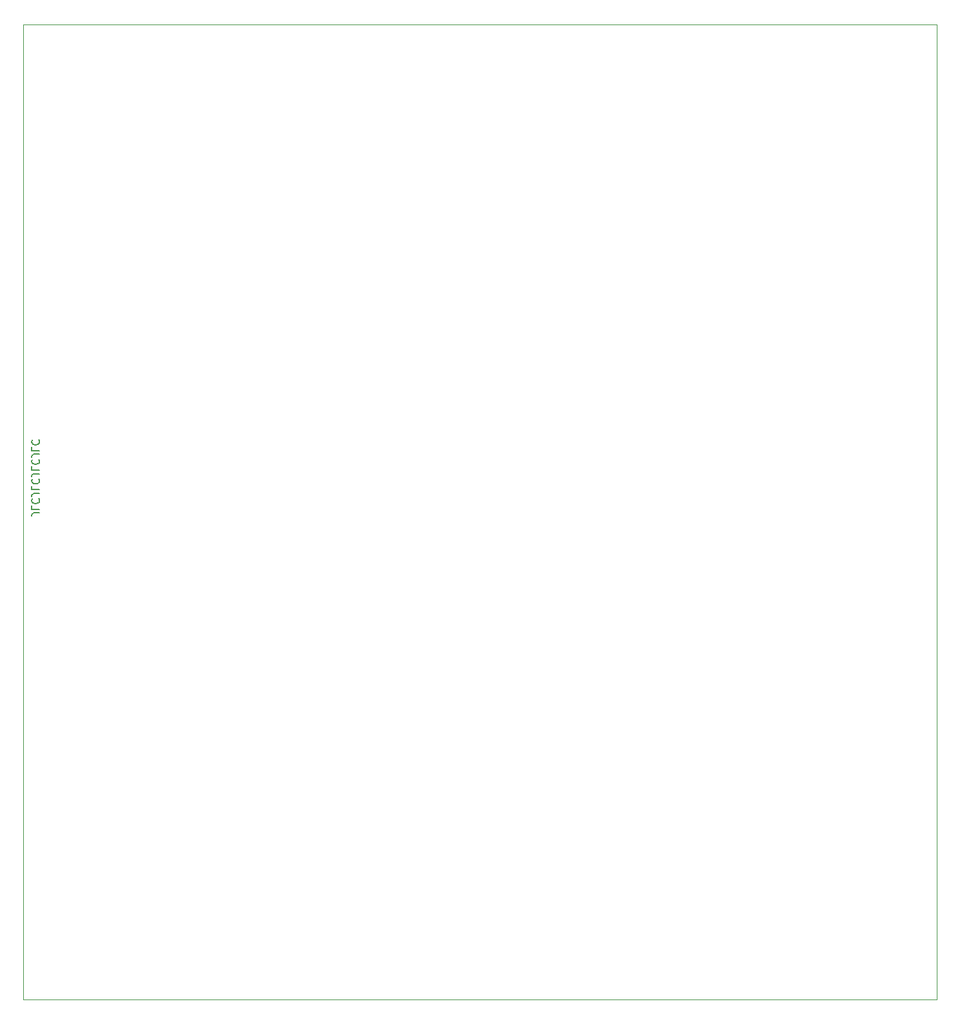
<source format=gbo>
G04 #@! TF.GenerationSoftware,KiCad,Pcbnew,(6.0.0)*
G04 #@! TF.CreationDate,2022-07-07T20:20:35+01:00*
G04 #@! TF.ProjectId,Drumbox,4472756d-626f-4782-9e6b-696361645f70,rev?*
G04 #@! TF.SameCoordinates,Original*
G04 #@! TF.FileFunction,Legend,Bot*
G04 #@! TF.FilePolarity,Positive*
%FSLAX46Y46*%
G04 Gerber Fmt 4.6, Leading zero omitted, Abs format (unit mm)*
G04 Created by KiCad (PCBNEW (6.0.0)) date 2022-07-07 20:20:35*
%MOMM*%
%LPD*%
G01*
G04 APERTURE LIST*
G04 #@! TA.AperFunction,Profile*
%ADD10C,0.050000*%
G04 #@! TD*
%ADD11C,0.150000*%
%ADD12C,0.100000*%
%ADD13O,6.700000X4.200000*%
G04 APERTURE END LIST*
D10*
X40000000Y-43500000D02*
X160000000Y-43500000D01*
X160000000Y-171500000D02*
X40000000Y-171500000D01*
X160000000Y-43500000D02*
X160000000Y-171500000D01*
X40000000Y-43500000D02*
X40000000Y-171500000D01*
D11*
X42147619Y-107619047D02*
X41433333Y-107619047D01*
X41290476Y-107666666D01*
X41195238Y-107761904D01*
X41147619Y-107904761D01*
X41147619Y-108000000D01*
X41147619Y-106666666D02*
X41147619Y-107142857D01*
X42147619Y-107142857D01*
X41242857Y-105761904D02*
X41195238Y-105809523D01*
X41147619Y-105952380D01*
X41147619Y-106047619D01*
X41195238Y-106190476D01*
X41290476Y-106285714D01*
X41385714Y-106333333D01*
X41576190Y-106380952D01*
X41719047Y-106380952D01*
X41909523Y-106333333D01*
X42004761Y-106285714D01*
X42100000Y-106190476D01*
X42147619Y-106047619D01*
X42147619Y-105952380D01*
X42100000Y-105809523D01*
X42052380Y-105761904D01*
X42147619Y-105047619D02*
X41433333Y-105047619D01*
X41290476Y-105095238D01*
X41195238Y-105190476D01*
X41147619Y-105333333D01*
X41147619Y-105428571D01*
X41147619Y-104095238D02*
X41147619Y-104571428D01*
X42147619Y-104571428D01*
X41242857Y-103190476D02*
X41195238Y-103238095D01*
X41147619Y-103380952D01*
X41147619Y-103476190D01*
X41195238Y-103619047D01*
X41290476Y-103714285D01*
X41385714Y-103761904D01*
X41576190Y-103809523D01*
X41719047Y-103809523D01*
X41909523Y-103761904D01*
X42004761Y-103714285D01*
X42100000Y-103619047D01*
X42147619Y-103476190D01*
X42147619Y-103380952D01*
X42100000Y-103238095D01*
X42052380Y-103190476D01*
X42147619Y-102476190D02*
X41433333Y-102476190D01*
X41290476Y-102523809D01*
X41195238Y-102619047D01*
X41147619Y-102761904D01*
X41147619Y-102857142D01*
X41147619Y-101523809D02*
X41147619Y-102000000D01*
X42147619Y-102000000D01*
X41242857Y-100619047D02*
X41195238Y-100666666D01*
X41147619Y-100809523D01*
X41147619Y-100904761D01*
X41195238Y-101047619D01*
X41290476Y-101142857D01*
X41385714Y-101190476D01*
X41576190Y-101238095D01*
X41719047Y-101238095D01*
X41909523Y-101190476D01*
X42004761Y-101142857D01*
X42100000Y-101047619D01*
X42147619Y-100904761D01*
X42147619Y-100809523D01*
X42100000Y-100666666D01*
X42052380Y-100619047D01*
X42147619Y-99904761D02*
X41433333Y-99904761D01*
X41290476Y-99952380D01*
X41195238Y-100047619D01*
X41147619Y-100190476D01*
X41147619Y-100285714D01*
X41147619Y-98952380D02*
X41147619Y-99428571D01*
X42147619Y-99428571D01*
X41242857Y-98047619D02*
X41195238Y-98095238D01*
X41147619Y-98238095D01*
X41147619Y-98333333D01*
X41195238Y-98476190D01*
X41290476Y-98571428D01*
X41385714Y-98619047D01*
X41576190Y-98666666D01*
X41719047Y-98666666D01*
X41909523Y-98619047D01*
X42004761Y-98571428D01*
X42100000Y-98476190D01*
X42147619Y-98333333D01*
X42147619Y-98238095D01*
X42100000Y-98095238D01*
X42052380Y-98047619D01*
%LPC*%
D12*
X117500000Y-115000000D02*
X112500000Y-115000000D01*
X112500000Y-115000000D02*
X112500000Y-110000000D01*
X112500000Y-110000000D02*
X117500000Y-110000000D01*
X117500000Y-110000000D02*
X117500000Y-115000000D01*
G36*
X117500000Y-115000000D02*
G01*
X112500000Y-115000000D01*
X112500000Y-110000000D01*
X117500000Y-110000000D01*
X117500000Y-115000000D01*
G37*
X117500000Y-115000000D02*
X112500000Y-115000000D01*
X112500000Y-110000000D01*
X117500000Y-110000000D01*
X117500000Y-115000000D01*
X87500000Y-115000000D02*
X82500000Y-115000000D01*
X82500000Y-115000000D02*
X82500000Y-110000000D01*
X82500000Y-110000000D02*
X87500000Y-110000000D01*
X87500000Y-110000000D02*
X87500000Y-115000000D01*
G36*
X87500000Y-115000000D02*
G01*
X82500000Y-115000000D01*
X82500000Y-110000000D01*
X87500000Y-110000000D01*
X87500000Y-115000000D01*
G37*
X87500000Y-115000000D02*
X82500000Y-115000000D01*
X82500000Y-110000000D01*
X87500000Y-110000000D01*
X87500000Y-115000000D01*
X57500000Y-115000000D02*
X52500000Y-115000000D01*
X52500000Y-115000000D02*
X52500000Y-110000000D01*
X52500000Y-110000000D02*
X57500000Y-110000000D01*
X57500000Y-110000000D02*
X57500000Y-115000000D01*
G36*
X57500000Y-115000000D02*
G01*
X52500000Y-115000000D01*
X52500000Y-110000000D01*
X57500000Y-110000000D01*
X57500000Y-115000000D01*
G37*
X57500000Y-115000000D02*
X52500000Y-115000000D01*
X52500000Y-110000000D01*
X57500000Y-110000000D01*
X57500000Y-115000000D01*
X147500000Y-115000000D02*
X142500000Y-115000000D01*
X142500000Y-115000000D02*
X142500000Y-110000000D01*
X142500000Y-110000000D02*
X147500000Y-110000000D01*
X147500000Y-110000000D02*
X147500000Y-115000000D01*
G36*
X147500000Y-115000000D02*
G01*
X142500000Y-115000000D01*
X142500000Y-110000000D01*
X147500000Y-110000000D01*
X147500000Y-115000000D01*
G37*
X147500000Y-115000000D02*
X142500000Y-115000000D01*
X142500000Y-110000000D01*
X147500000Y-110000000D01*
X147500000Y-115000000D01*
D13*
X148000000Y-168500000D03*
X66000000Y-46500000D03*
X134000000Y-46500000D03*
X52000000Y-168500000D03*
M02*

</source>
